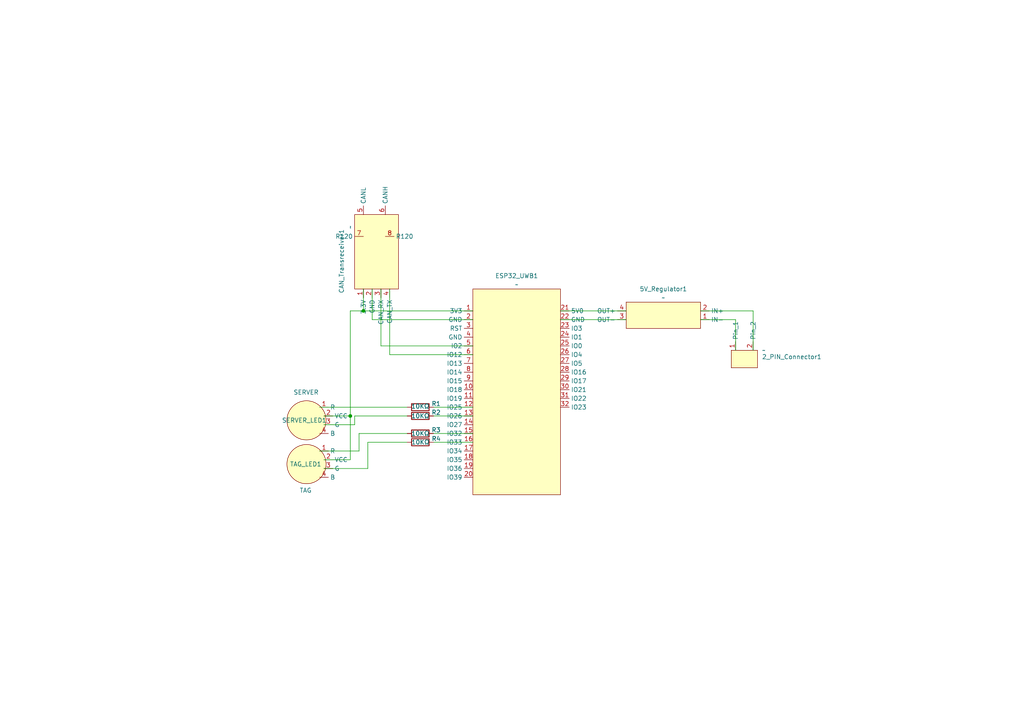
<source format=kicad_sch>
(kicad_sch (version 20250114) (generator "eeschema") (generator_version "9.0")
  (paper "A4")
  (title_block (title "Autocam Sensor") (date "2025-03-02") (rev "v0.2"))
  (lib_symbols
    (symbol "Autocam:2_PIN_Connector"
      (property "Reference" "U?" (at 0 0 0))
      (symbol "2_PIN_Connector_1_1"
        (rectangle (start -3.81 2.54) (end 3.81 -2.54) (fill (type color) (color 255 255 194 1)))
        (pin passive line (at -2.54 -2.54 270) (length 2.54) (name "Pin_1") (number "1"))
        (pin passive line (at 2.54 -2.54 270) (length 2.54) (name "Pin_2") (number "2"))
      )
    )
    (symbol "Autocam:Simple Resistor" (pin_numbers (hide yes)) (pin_names (offset 0))
      (property "Reference" "R" (at 2.032 0 90))
      (property "Value" "Simple Resistor" (at 0 0 90))
      (symbol "Simple Resistor_0_1"
        (rectangle (start -1.016 -2.54) (end 1.016 2.54) (stroke (width 0.254)))
      )
      (symbol "Simple Resistor_1_1"
        (pin passive line (at 0 3.81 270) (length 1.27) (name "~") (number "1"))
        (pin passive line (at 0 -3.81 90) (length 1.27) (name "~") (number "2"))
      )
    )
    (symbol "autocam:MP1584EN_5V_regulator"
      (property "Reference" "U?" (at 0 0 0))
      (symbol "MP1584EN_5V_regulator_1_1"
        (rectangle (start -5.08 3.81) (end 16.51 -3.81) (fill (type color) (color 255 255 194 1)))
        (pin power_in line (at -5.08 1.27 180) (length 2.54) (name "IN-") (number "1"))
        (pin power_in line (at -5.08 -1.27 180) (length 2.54) (name "IN+") (number "2"))
        (pin power_out line (at 16.51 1.27 0) (length 2.54) (name "OUT-") (number "3"))
        (pin power_out line (at 16.51 -1.27 0) (length 2.54) (name "OUT+") (number "4"))
      )
    )
    (symbol "autocam:RGB_LED_round"
      (property "Reference" "U?" (at 8.89 5.08 0))
      (symbol "RGB_LED_round_1_1"
        (circle (center 8.89 5.08) (radius 5.6796) (fill (type color) (color 255 255 194 1)))
        (pin passive line (at 5.08 1.27 270) (length 2.54) (name "R") (number "1"))
        (pin power_in line (at 7.62 0 270) (length 2.54) (name "VCC") (number "2"))
        (pin passive line (at 10.16 0 270) (length 2.54) (name "G") (number "3"))
        (pin passive line (at 12.7 1.27 270) (length 2.54) (name "B") (number "4"))
      )
    )
    (symbol "autocam:Waveshare_CAN_transreceiver"
      (property "Reference" "U?" (at -2.54 -1.27 0))
      (symbol "Waveshare_CAN_transreceiver_1_1"
        (rectangle (start -5.08 2.54) (end 16.51 -10.16) (fill (type color) (color 255 255 194 1)))
        (pin power_in line (at -5.08 0 180) (length 2.54) (name "3.3V") (number "1"))
        (pin power_in line (at -5.08 -2.54 180) (length 2.54) (name "GND") (number "2"))
        (pin bidirectional line (at -5.08 -5.08 180) (length 2.54) (name "CAN_RX") (number "3"))
        (pin bidirectional line (at -5.08 -7.62 180) (length 2.54) (name "CAN_TX") (number "4"))
        (pin free line (at 10.16 0 90) (length 2.54) (name "R120") (number "7"))
        (pin free line (at 10.16 -6.35 270) (length 2.54) (name "R120") (number "8"))
        (pin bidirectional line (at 16.51 0 0) (length 2.54) (name "CANL") (number "5"))
        (pin bidirectional line (at 16.51 -6.35 0) (length 2.54) (name "CANH") (number "6"))
      )
    )
    (symbol "autocam:esp32_uwb"
      (property "Reference" "U?" (at 6.858 4.826 0))
      (symbol "esp32_uwb_1_1"
        (rectangle (start -5.08 7.62) (end 20.32 -52.07) (fill (type color) (color 255 255 194 1)))
        (pin power_out line (at -5.08 1.27 180) (length 2.54) (name "3V3") (number "1"))
        (pin power_in line (at -5.08 -1.27 180) (length 2.54) (name "GND") (number "2"))
        (pin input line (at -5.08 -3.81 180) (length 2.54) (name "RST") (number "3"))
        (pin power_in line (at -5.08 -6.35 180) (length 2.54) (name "GND") (number "4"))
        (pin bidirectional line (at -5.08 -8.89 180) (length 2.54) (name "IO2") (number "5"))
        (pin bidirectional line (at -5.08 -11.43 180) (length 2.54) (name "IO12") (number "6"))
        (pin bidirectional line (at -5.08 -13.97 180) (length 2.54) (name "IO13") (number "7"))
        (pin bidirectional line (at -5.08 -16.51 180) (length 2.54) (name "IO14") (number "8"))
        (pin bidirectional line (at -5.08 -19.05 180) (length 2.54) (name "IO15") (number "9"))
        (pin bidirectional line (at -5.08 -21.59 180) (length 2.54) (name "IO18") (number "10"))
        (pin bidirectional line (at -5.08 -24.13 180) (length 2.54) (name "IO19") (number "11"))
        (pin bidirectional line (at -5.08 -26.67 180) (length 2.54) (name "IO25") (number "12"))
        (pin bidirectional line (at -5.08 -29.21 180) (length 2.54) (name "IO26") (number "13"))
        (pin bidirectional line (at -5.08 -31.75 180) (length 2.54) (name "IO27") (number "14"))
        (pin bidirectional line (at -5.08 -34.29 180) (length 2.54) (name "IO32") (number "15"))
        (pin bidirectional line (at -5.08 -36.83 180) (length 2.54) (name "IO33") (number "16"))
        (pin bidirectional line (at -5.08 -39.37 180) (length 2.54) (name "IO34") (number "17"))
        (pin bidirectional line (at -5.08 -41.91 180) (length 2.54) (name "IO35") (number "18"))
        (pin bidirectional line (at -5.08 -44.45 180) (length 2.54) (name "IO36") (number "19"))
        (pin bidirectional line (at -5.08 -46.99 180) (length 2.54) (name "IO39") (number "20"))
        (pin power_in line (at 20.32 1.27 0) (length 2.54) (name "5V0") (number "21"))
        (pin power_in line (at 20.32 -1.27 0) (length 2.54) (name "GND") (number "22"))
        (pin bidirectional line (at 20.32 -3.81 0) (length 2.54) (name "IO3") (number "23"))
        (pin bidirectional line (at 20.32 -6.35 0) (length 2.54) (name "IO1") (number "24"))
        (pin bidirectional line (at 20.32 -8.89 0) (length 2.54) (name "IO0") (number "25"))
        (pin bidirectional line (at 20.32 -11.43 0) (length 2.54) (name "IO4") (number "26"))
        (pin bidirectional line (at 20.32 -13.97 0) (length 2.54) (name "IO5") (number "27"))
        (pin bidirectional line (at 20.32 -16.51 0) (length 2.54) (name "IO16") (number "28"))
        (pin bidirectional line (at 20.32 -19.05 0) (length 2.54) (name "IO17") (number "29"))
        (pin bidirectional line (at 20.32 -21.59 0) (length 2.54) (name "IO21") (number "30"))
        (pin bidirectional line (at 20.32 -24.13 0) (length 2.54) (name "IO22") (number "31"))
        (pin bidirectional line (at 20.32 -26.67 0) (length 2.54) (name "IO23") (number "32"))
      )
    )
  )
  (junction (at 105.41 90.17))
  (junction (at 101.6 120.65))
  (wire (pts (xy 93.98 120.65) (xy 101.6 120.65)))
  (wire (pts (xy 101.6 90.17) (xy 101.6 120.65)))
  (wire (pts (xy 218.44 90.17) (xy 218.44 101.6)))
  (wire (pts (xy 104.14 125.73) (xy 104.14 130.81)))
  (wire (pts (xy 107.95 92.71) (xy 137.16 92.71)))
  (wire (pts (xy 105.41 83.82) (xy 105.41 90.17)))
  (wire (pts (xy 110.49 100.33) (xy 137.16 100.33)))
  (wire (pts (xy 162.56 92.71) (xy 181.61 92.71)))
  (wire (pts (xy 93.98 133.35) (xy 101.6 133.35)))
  (wire (pts (xy 107.95 83.82) (xy 107.95 92.71)))
  (wire (pts (xy 106.68 128.27) (xy 106.68 135.89)))
  (wire (pts (xy 104.14 130.81) (xy 92.71 130.81)))
  (wire (pts (xy 105.41 90.17) (xy 137.16 90.17)))
  (wire (pts (xy 101.6 90.17) (xy 105.41 90.17)))
  (wire (pts (xy 213.36 92.71) (xy 203.2 92.71)))
  (wire (pts (xy 125.73 128.27) (xy 137.16 128.27)))
  (wire (pts (xy 125.73 120.65) (xy 137.16 120.65)))
  (wire (pts (xy 125.73 125.73) (xy 137.16 125.73)))
  (wire (pts (xy 125.73 118.11) (xy 137.16 118.11)))
  (wire (pts (xy 110.49 83.82) (xy 110.49 100.33)))
  (wire (pts (xy 113.03 102.87) (xy 137.16 102.87)))
  (wire (pts (xy 118.11 128.27) (xy 106.68 128.27)))
  (wire (pts (xy 102.87 120.65) (xy 102.87 123.19)))
  (wire (pts (xy 113.03 83.82) (xy 113.03 102.87)))
  (wire (pts (xy 213.36 101.6) (xy 213.36 92.71)))
  (wire (pts (xy 118.11 125.73) (xy 104.14 125.73)))
  (wire (pts (xy 203.2 90.17) (xy 218.44 90.17)))
  (wire (pts (xy 92.71 118.11) (xy 118.11 118.11)))
  (wire (pts (xy 101.6 120.65) (xy 101.6 133.35)))
  (wire (pts (xy 106.68 135.89) (xy 93.98 135.89)))
  (wire (pts (xy 102.87 120.65) (xy 118.11 120.65)))
  (wire (pts (xy 162.56 90.17) (xy 181.61 90.17)))
  (wire (pts (xy 102.87 123.19) (xy 93.98 123.19)))
  (symbol (lib_id "Autocam:Simple Resistor") (at 121.92 125.73 90) (unit 1)
    (property "Reference" "R3" (at 126.492 124.714 90))
    (property "Value" "10KΩ" (at 121.92 125.73 90))
    (property "Footprint" "Autocam:Simple Resistor" (effects (hide yes)))
    (property "Description" "Resistor" (effects (hide yes)))
  )
  (symbol (lib_id "autocam:MP1584EN_5V_regulator") (at 198.12 91.44 180) (unit 1)
    (property "Reference" "5V_Regulator1" (at 192.405 83.82 0))
    (property "Value" "~" (at 192.405 86.36 0))
    (property "Footprint" "Autocam:MP1584EN 5V Regulator" (effects (hide yes)))
  )
  (symbol (lib_id "autocam:RGB_LED_round") (at 93.98 125.73 90) (mirror x) (unit 1)
    (property "Reference" "TAG_LED1" (at 84.074 134.62 90) (effects (justify right)))
    (property "Value" "TAG" (at 86.868 142.24 90) (effects (justify right)))
    (property "Footprint" "Autocam:Anode RGB LED (Round)" (effects (hide yes)))
  )
  (symbol (lib_id "autocam:RGB_LED_round") (at 93.98 113.03 90) (mirror x) (unit 1)
    (property "Reference" "SERVER_LED1" (at 94.742 121.92 90) (effects (justify left)))
    (property "Value" "SERVER" (at 92.456 113.792 90) (effects (justify left)))
    (property "Footprint" "Autocam:Anode RGB LED (Round)" (effects (hide yes)))
  )
  (symbol (lib_id "Autocam:Simple Resistor") (at 121.92 128.27 90) (unit 1)
    (property "Reference" "R4" (at 126.5284 127.254 90))
    (property "Value" "10KΩ" (at 121.9564 128.27 90))
    (property "Footprint" "Autocam:Simple Resistor" (effects (hide yes)))
    (property "Description" "Resistor" (effects (hide yes)))
  )
  (symbol (lib_id "autocam:Waveshare_CAN_transreceiver") (at 105.41 78.74 90) (unit 1)
    (property "Reference" "CAN_Transreceiver1" (at 99.06 66.4367 0) (effects (justify right)))
    (property "Value" "~" (at 101.6 66.4367 0) (effects (justify left)))
    (property "Footprint" "Autocam:Waveshare CAN Transreceiver" (effects (hide yes)))
  )
  (symbol (lib_id "Autocam:Simple Resistor") (at 121.92 118.11 90) (unit 1)
    (property "Reference" "R1" (at 126.492 117.094 90))
    (property "Value" "10KΩ" (at 121.92 117.856 90))
    (property "Footprint" "Autocam:Simple Resistor" (effects (hide yes)))
    (property "Description" "Resistor" (effects (hide yes)))
  )
  (symbol (lib_id "Autocam:2_PIN_Connector") (at 215.9 104.14 0) (mirror x) (unit 1)
    (property "Reference" "2_PIN_Connector1" (at 220.98 103.5051 0) (effects (justify left)))
    (property "Value" "~" (at 220.98 101.6 0) (effects (justify left)))
    (property "Footprint" "Autocam:2-PIN Connector" (effects (hide yes)))
  )
  (symbol (lib_id "autocam:esp32_uwb") (at 142.24 91.44 0) (unit 1)
    (property "Reference" "ESP32_UWB1" (at 149.86 80.01 0))
    (property "Value" "~" (at 149.86 82.55 0))
    (property "Footprint" "Autocam:Makersfab ESP32 UWB" (effects (hide yes)))
  )
  (symbol (lib_id "Autocam:Simple Resistor") (at 121.92 120.65 90) (unit 1)
    (property "Reference" "R2" (at 126.492 119.634 90))
    (property "Value" "10KΩ" (at 121.92 120.65 90))
    (property "Footprint" "Autocam:Simple Resistor" (effects (hide yes)))
    (property "Description" "Resistor" (effects (hide yes)))
  )
)
</source>
